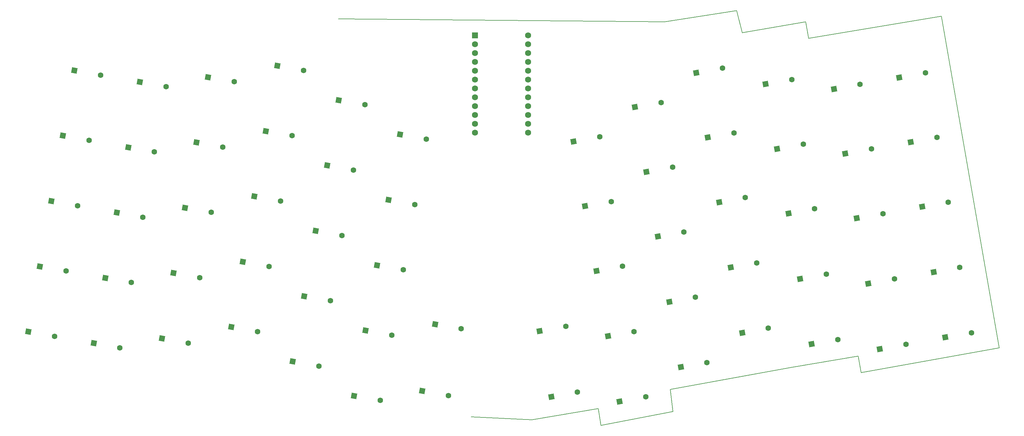
<source format=gtl>
%TF.GenerationSoftware,KiCad,Pcbnew,(6.0.8)*%
%TF.CreationDate,2023-02-18T20:03:01+07:00*%
%TF.ProjectId,test,74657374-2e6b-4696-9361-645f70636258,rev?*%
%TF.SameCoordinates,Original*%
%TF.FileFunction,Copper,L1,Top*%
%TF.FilePolarity,Positive*%
%FSLAX46Y46*%
G04 Gerber Fmt 4.6, Leading zero omitted, Abs format (unit mm)*
G04 Created by KiCad (PCBNEW (6.0.8)) date 2023-02-18 20:03:01*
%MOMM*%
%LPD*%
G01*
G04 APERTURE LIST*
G04 Aperture macros list*
%AMHorizOval*
0 Thick line with rounded ends*
0 $1 width*
0 $2 $3 position (X,Y) of the first rounded end (center of the circle)*
0 $4 $5 position (X,Y) of the second rounded end (center of the circle)*
0 Add line between two ends*
20,1,$1,$2,$3,$4,$5,0*
0 Add two circle primitives to create the rounded ends*
1,1,$1,$2,$3*
1,1,$1,$4,$5*%
%AMRotRect*
0 Rectangle, with rotation*
0 The origin of the aperture is its center*
0 $1 length*
0 $2 width*
0 $3 Rotation angle, in degrees counterclockwise*
0 Add horizontal line*
21,1,$1,$2,0,0,$3*%
G04 Aperture macros list end*
%TA.AperFunction,NonConductor*%
%ADD10C,0.200000*%
%TD*%
%TA.AperFunction,ComponentPad*%
%ADD11RotRect,1.600000X1.600000X10.000000*%
%TD*%
%TA.AperFunction,ComponentPad*%
%ADD12HorizOval,1.600000X0.000000X0.000000X0.000000X0.000000X0*%
%TD*%
%TA.AperFunction,ComponentPad*%
%ADD13RotRect,1.600000X1.600000X350.000000*%
%TD*%
%TA.AperFunction,ComponentPad*%
%ADD14HorizOval,1.600000X0.000000X0.000000X0.000000X0.000000X0*%
%TD*%
%TA.AperFunction,ComponentPad*%
%ADD15C,1.752600*%
%TD*%
%TA.AperFunction,ComponentPad*%
%ADD16R,1.752600X1.752600*%
%TD*%
G04 APERTURE END LIST*
D10*
X202406250Y-57943750D02*
X108743750Y-57150000D01*
X164306250Y-172243750D02*
X146843750Y-171450000D01*
X223043750Y-54768750D02*
X202406250Y-57943750D01*
X224631250Y-61118750D02*
X223043750Y-54768750D01*
X242887500Y-57943750D02*
X224631250Y-61118750D01*
X243681250Y-62706250D02*
X242887500Y-57943750D01*
X281781250Y-56356250D02*
X243681250Y-62706250D01*
X183356250Y-169068750D02*
X164306250Y-172243750D01*
X184150000Y-173831250D02*
X183356250Y-169068750D01*
X204787500Y-169862500D02*
X184150000Y-173831250D01*
X203993750Y-163512500D02*
X204787500Y-169862500D01*
X238918750Y-157162500D02*
X203993750Y-163512500D01*
X257968750Y-153987500D02*
X238918750Y-157162500D01*
X258762500Y-158750000D02*
X257968750Y-153987500D01*
X298450000Y-151606250D02*
X258762500Y-158750000D01*
X281781250Y-56356250D02*
X298450000Y-151606250D01*
D11*
%TO.P,D34,1,K*%
%TO.N,ROW 2*%
X200422874Y-119611770D03*
D12*
%TO.P,D34,2,A*%
%TO.N,Net-(D34-Pad2)*%
X207927109Y-118288571D03*
%TD*%
D13*
%TO.P,D53,1,K*%
%TO.N,ROW 4*%
X38535994Y-150266666D03*
D14*
%TO.P,D53,2,A*%
%TO.N,Net-(D53-Pad2)*%
X46040229Y-151589865D03*
%TD*%
D11*
%TO.P,D61,1,K*%
%TO.N,ROW 4*%
X224641658Y-147258740D03*
D12*
%TO.P,D61,2,A*%
%TO.N,Net-(D61-Pad2)*%
X232145893Y-145935541D03*
%TD*%
D11*
%TO.P,D10,1,K*%
%TO.N,ROW 0*%
X231394214Y-75849810D03*
D12*
%TO.P,D10,2,A*%
%TO.N,Net-(D10-Pad2)*%
X238898449Y-74526611D03*
%TD*%
D11*
%TO.P,D59,1,K*%
%TO.N,ROW 4*%
X189436081Y-167007147D03*
D12*
%TO.P,D59,2,A*%
%TO.N,Net-(D59-Pad2)*%
X196940316Y-165683948D03*
%TD*%
D11*
%TO.P,D21,1,K*%
%TO.N,ROW 1*%
X197147956Y-101038788D03*
D12*
%TO.P,D21,2,A*%
%TO.N,Net-(D21-Pad2)*%
X204652191Y-99715589D03*
%TD*%
D13*
%TO.P,D40,1,K*%
%TO.N,ROW 3*%
X41843992Y-131506079D03*
D14*
%TO.P,D40,2,A*%
%TO.N,Net-(D40-Pad2)*%
X49348227Y-132829278D03*
%TD*%
D11*
%TO.P,D48,1,K*%
%TO.N,ROW 3*%
X221333660Y-128498153D03*
D12*
%TO.P,D48,2,A*%
%TO.N,Net-(D48-Pad2)*%
X228837895Y-127174954D03*
%TD*%
D13*
%TO.P,D2,1,K*%
%TO.N,ROW 0*%
X51767985Y-75224316D03*
D14*
%TO.P,D2,2,A*%
%TO.N,Net-(D2-Pad2)*%
X59272220Y-76547515D03*
%TD*%
D11*
%TO.P,D51,1,K*%
%TO.N,ROW 3*%
X279600222Y-129830512D03*
D12*
%TO.P,D51,2,A*%
%TO.N,Net-(D51-Pad2)*%
X287104457Y-128507313D03*
%TD*%
D13*
%TO.P,D41,1,K*%
%TO.N,ROW 3*%
X61431579Y-130123930D03*
D14*
%TO.P,D41,2,A*%
%TO.N,Net-(D41-Pad2)*%
X68935814Y-131447129D03*
%TD*%
D11*
%TO.P,D37,1,K*%
%TO.N,ROW 2*%
X257531636Y-114377923D03*
D12*
%TO.P,D37,2,A*%
%TO.N,Net-(D37-Pad2)*%
X265035871Y-113054724D03*
%TD*%
D11*
%TO.P,D35,1,K*%
%TO.N,ROW 2*%
X218025662Y-109737566D03*
D12*
%TO.P,D35,2,A*%
%TO.N,Net-(D35-Pad2)*%
X225529897Y-108414367D03*
%TD*%
D13*
%TO.P,D28,1,K*%
%TO.N,ROW 2*%
X64739577Y-111363342D03*
D14*
%TO.P,D28,2,A*%
%TO.N,Net-(D28-Pad2)*%
X72243812Y-112686541D03*
%TD*%
D11*
%TO.P,D60,1,K*%
%TO.N,ROW 4*%
X207038869Y-157132944D03*
D12*
%TO.P,D60,2,A*%
%TO.N,Net-(D60-Pad2)*%
X214543104Y-155809745D03*
%TD*%
D13*
%TO.P,D14,1,K*%
%TO.N,ROW 1*%
X48459987Y-93984904D03*
D14*
%TO.P,D14,2,A*%
%TO.N,Net-(D14-Pad2)*%
X55964222Y-95308103D03*
%TD*%
D13*
%TO.P,D52,1,K*%
%TO.N,ROW 4*%
X19775406Y-146958668D03*
D14*
%TO.P,D52,2,A*%
%TO.N,Net-(D52-Pad2)*%
X27279641Y-148281867D03*
%TD*%
D13*
%TO.P,D6,1,K*%
%TO.N,ROW 0*%
X126479536Y-90332366D03*
D14*
%TO.P,D6,2,A*%
%TO.N,Net-(D6-Pad2)*%
X133983771Y-91655565D03*
%TD*%
D11*
%TO.P,D64,1,K*%
%TO.N,ROW 4*%
X282908219Y-148591100D03*
D12*
%TO.P,D64,2,A*%
%TO.N,Net-(D64-Pad2)*%
X290412454Y-147267901D03*
%TD*%
D13*
%TO.P,D29,1,K*%
%TO.N,ROW 2*%
X84657964Y-108105134D03*
D14*
%TO.P,D29,2,A*%
%TO.N,Net-(D29-Pad2)*%
X92162199Y-109428333D03*
%TD*%
D13*
%TO.P,D57,1,K*%
%TO.N,ROW 4*%
X113247545Y-165374716D03*
D14*
%TO.P,D57,2,A*%
%TO.N,Net-(D57-Pad2)*%
X120751780Y-166697915D03*
%TD*%
D13*
%TO.P,D5,1,K*%
%TO.N,ROW 0*%
X108876748Y-80458163D03*
D14*
%TO.P,D5,2,A*%
%TO.N,Net-(D5-Pad2)*%
X116380983Y-81781362D03*
%TD*%
D13*
%TO.P,D15,1,K*%
%TO.N,ROW 1*%
X68047574Y-92602755D03*
D14*
%TO.P,D15,2,A*%
%TO.N,Net-(D15-Pad2)*%
X75551809Y-93925954D03*
%TD*%
D11*
%TO.P,D9,1,K*%
%TO.N,ROW 0*%
X211475827Y-72591602D03*
D12*
%TO.P,D9,2,A*%
%TO.N,Net-(D9-Pad2)*%
X218980062Y-71268403D03*
%TD*%
D11*
%TO.P,D63,1,K*%
%TO.N,ROW 4*%
X264147632Y-151899098D03*
D12*
%TO.P,D63,2,A*%
%TO.N,Net-(D63-Pad2)*%
X271651867Y-150575899D03*
%TD*%
D13*
%TO.P,D16,1,K*%
%TO.N,ROW 1*%
X87965961Y-89344547D03*
D14*
%TO.P,D16,2,A*%
%TO.N,Net-(D16-Pad2)*%
X95470196Y-90667746D03*
%TD*%
D11*
%TO.P,D22,1,K*%
%TO.N,ROW 1*%
X214750744Y-91164584D03*
D12*
%TO.P,D22,2,A*%
%TO.N,Net-(D22-Pad2)*%
X222254979Y-89841385D03*
%TD*%
D13*
%TO.P,D30,1,K*%
%TO.N,ROW 2*%
X102260752Y-117979338D03*
D14*
%TO.P,D30,2,A*%
%TO.N,Net-(D30-Pad2)*%
X109764987Y-119302537D03*
%TD*%
D11*
%TO.P,D32,1,K*%
%TO.N,ROW 2*%
X166523956Y-146770608D03*
D12*
%TO.P,D32,2,A*%
%TO.N,Net-(D32-Pad2)*%
X174028191Y-145447409D03*
%TD*%
D11*
%TO.P,D49,1,K*%
%TO.N,ROW 3*%
X241252047Y-131756361D03*
D12*
%TO.P,D49,2,A*%
%TO.N,Net-(D49-Pad2)*%
X248756282Y-130433162D03*
%TD*%
D13*
%TO.P,D55,1,K*%
%TO.N,ROW 4*%
X78041968Y-145626309D03*
D14*
%TO.P,D55,2,A*%
%TO.N,Net-(D55-Pad2)*%
X85546203Y-146949508D03*
%TD*%
D11*
%TO.P,D47,1,K*%
%TO.N,ROW 3*%
X203730871Y-138372356D03*
D12*
%TO.P,D47,2,A*%
%TO.N,Net-(D47-Pad2)*%
X211235106Y-137049157D03*
%TD*%
D13*
%TO.P,D45,1,K*%
%TO.N,ROW 3*%
X132835132Y-163992567D03*
D14*
%TO.P,D45,2,A*%
%TO.N,Net-(D45-Pad2)*%
X140339367Y-165315766D03*
%TD*%
D13*
%TO.P,D43,1,K*%
%TO.N,ROW 3*%
X98952754Y-136739926D03*
D14*
%TO.P,D43,2,A*%
%TO.N,Net-(D43-Pad2)*%
X106456989Y-138063125D03*
%TD*%
D11*
%TO.P,D23,1,K*%
%TO.N,ROW 1*%
X234669131Y-94422792D03*
D12*
%TO.P,D23,2,A*%
%TO.N,Net-(D23-Pad2)*%
X242173366Y-93099593D03*
%TD*%
D13*
%TO.P,D18,1,K*%
%TO.N,ROW 1*%
X123171538Y-109092954D03*
D14*
%TO.P,D18,2,A*%
%TO.N,Net-(D18-Pad2)*%
X130675773Y-110416153D03*
%TD*%
D13*
%TO.P,D44,1,K*%
%TO.N,ROW 3*%
X116555543Y-146614129D03*
D14*
%TO.P,D44,2,A*%
%TO.N,Net-(D44-Pad2)*%
X124059778Y-147937328D03*
%TD*%
D13*
%TO.P,D42,1,K*%
%TO.N,ROW 3*%
X81349966Y-126865722D03*
D14*
%TO.P,D42,2,A*%
%TO.N,Net-(D42-Pad2)*%
X88854201Y-128188921D03*
%TD*%
D11*
%TO.P,D33,1,K*%
%TO.N,ROW 2*%
X182820085Y-129485973D03*
D12*
%TO.P,D33,2,A*%
%TO.N,Net-(D33-Pad2)*%
X190324320Y-128162774D03*
%TD*%
D11*
%TO.P,D11,1,K*%
%TO.N,ROW 0*%
X250981801Y-77231959D03*
D12*
%TO.P,D11,2,A*%
%TO.N,Net-(D11-Pad2)*%
X258486036Y-75908760D03*
%TD*%
D11*
%TO.P,D24,1,K*%
%TO.N,ROW 1*%
X254256718Y-95804941D03*
D12*
%TO.P,D24,2,A*%
%TO.N,Net-(D24-Pad2)*%
X261760953Y-94481742D03*
%TD*%
D11*
%TO.P,D12,1,K*%
%TO.N,ROW 0*%
X269742388Y-73923962D03*
D12*
%TO.P,D12,2,A*%
%TO.N,Net-(D12-Pad2)*%
X277246623Y-72600763D03*
%TD*%
D11*
%TO.P,D62,1,K*%
%TO.N,ROW 4*%
X244560045Y-150516948D03*
D12*
%TO.P,D62,2,A*%
%TO.N,Net-(D62-Pad2)*%
X252064280Y-149193749D03*
%TD*%
D13*
%TO.P,D3,1,K*%
%TO.N,ROW 0*%
X71355572Y-73842167D03*
D14*
%TO.P,D3,2,A*%
%TO.N,Net-(D3-Pad2)*%
X78859807Y-75165366D03*
%TD*%
D13*
%TO.P,D39,1,K*%
%TO.N,ROW 3*%
X23083404Y-128198081D03*
D14*
%TO.P,D39,2,A*%
%TO.N,Net-(D39-Pad2)*%
X30587639Y-129521280D03*
%TD*%
D11*
%TO.P,D46,1,K*%
%TO.N,ROW 3*%
X186128083Y-148246560D03*
D12*
%TO.P,D46,2,A*%
%TO.N,Net-(D46-Pad2)*%
X193632318Y-146923361D03*
%TD*%
D11*
%TO.P,D58,1,K*%
%TO.N,ROW 4*%
X169848494Y-165624998D03*
D12*
%TO.P,D58,2,A*%
%TO.N,Net-(D58-Pad2)*%
X177352729Y-164301799D03*
%TD*%
D11*
%TO.P,D25,1,K*%
%TO.N,ROW 1*%
X273017306Y-92496944D03*
D12*
%TO.P,D25,2,A*%
%TO.N,Net-(D25-Pad2)*%
X280521541Y-91173745D03*
%TD*%
D13*
%TO.P,D26,1,K*%
%TO.N,ROW 2*%
X26391402Y-109437494D03*
D14*
%TO.P,D26,2,A*%
%TO.N,Net-(D26-Pad2)*%
X33895637Y-110760693D03*
%TD*%
D11*
%TO.P,D50,1,K*%
%TO.N,ROW 3*%
X260839634Y-133138510D03*
D12*
%TO.P,D50,2,A*%
%TO.N,Net-(D50-Pad2)*%
X268343869Y-131815311D03*
%TD*%
D13*
%TO.P,D13,1,K*%
%TO.N,ROW 1*%
X29699400Y-90676906D03*
D14*
%TO.P,D13,2,A*%
%TO.N,Net-(D13-Pad2)*%
X37203635Y-92000105D03*
%TD*%
D15*
%TO.P,U1,24,RAW*%
%TO.N,unconnected-(U1-Pad24)*%
X163195000Y-61835500D03*
%TO.P,U1,23,GND*%
%TO.N,unconnected-(U1-Pad23)*%
X163195000Y-64375500D03*
%TO.P,U1,22,RST*%
%TO.N,unconnected-(U1-Pad22)*%
X163195000Y-66915500D03*
%TO.P,U1,21,VCC*%
%TO.N,unconnected-(U1-Pad21)*%
X163195000Y-69455500D03*
%TO.P,U1,20,A3/PF4*%
%TO.N,unconnected-(U1-Pad20)*%
X163195000Y-71995500D03*
%TO.P,U1,19,A2/PF5*%
%TO.N,unconnected-(U1-Pad19)*%
X163195000Y-74535500D03*
%TO.P,U1,18,A1/PF6*%
%TO.N,unconnected-(U1-Pad18)*%
X163195000Y-77075500D03*
%TO.P,U1,17,A0/PF7*%
%TO.N,unconnected-(U1-Pad17)*%
X163195000Y-79615500D03*
%TO.P,U1,16,15/PB1*%
%TO.N,unconnected-(U1-Pad16)*%
X163195000Y-82155500D03*
%TO.P,U1,15,14/PB3*%
%TO.N,unconnected-(U1-Pad15)*%
X163195000Y-84695500D03*
%TO.P,U1,14,16/PB2*%
%TO.N,unconnected-(U1-Pad14)*%
X163195000Y-87235500D03*
%TO.P,U1,13,10/PB6*%
%TO.N,unconnected-(U1-Pad13)*%
X163195000Y-89775500D03*
%TO.P,U1,12,9/PB5*%
%TO.N,unconnected-(U1-Pad12)*%
X147955000Y-89775500D03*
%TO.P,U1,11,8/PB4*%
%TO.N,unconnected-(U1-Pad11)*%
X147955000Y-87235500D03*
%TO.P,U1,10,7/PE6*%
%TO.N,unconnected-(U1-Pad10)*%
X147955000Y-84695500D03*
%TO.P,U1,9,6/PD7*%
%TO.N,unconnected-(U1-Pad9)*%
X147955000Y-82155500D03*
%TO.P,U1,8,5/PC6*%
%TO.N,unconnected-(U1-Pad8)*%
X147955000Y-79615500D03*
%TO.P,U1,7,4/PD4*%
%TO.N,unconnected-(U1-Pad7)*%
X147955000Y-77075500D03*
%TO.P,U1,6,3/PD0*%
%TO.N,unconnected-(U1-Pad6)*%
X147955000Y-74535500D03*
%TO.P,U1,5,2/PD1*%
%TO.N,unconnected-(U1-Pad5)*%
X147955000Y-71995500D03*
%TO.P,U1,4,GND*%
%TO.N,unconnected-(U1-Pad4)*%
X147955000Y-69455500D03*
%TO.P,U1,3,GND*%
%TO.N,unconnected-(U1-Pad3)*%
X147955000Y-66915500D03*
%TO.P,U1,2,RX1/PD2*%
%TO.N,unconnected-(U1-Pad2)*%
X147955000Y-64375500D03*
D16*
%TO.P,U1,1,TX0/PD3*%
%TO.N,unconnected-(U1-Pad1)*%
X147955000Y-61835500D03*
%TD*%
D11*
%TO.P,D8,1,K*%
%TO.N,ROW 0*%
X193873038Y-82465806D03*
D12*
%TO.P,D8,2,A*%
%TO.N,Net-(D8-Pad2)*%
X201377273Y-81142607D03*
%TD*%
D11*
%TO.P,D20,1,K*%
%TO.N,ROW 1*%
X179545167Y-110912991D03*
D12*
%TO.P,D20,2,A*%
%TO.N,Net-(D20-Pad2)*%
X187049402Y-109589792D03*
%TD*%
D11*
%TO.P,D38,1,K*%
%TO.N,ROW 2*%
X276292224Y-111069925D03*
D12*
%TO.P,D38,2,A*%
%TO.N,Net-(D38-Pad2)*%
X283796459Y-109746726D03*
%TD*%
D13*
%TO.P,D31,1,K*%
%TO.N,ROW 2*%
X119863541Y-127853541D03*
D14*
%TO.P,D31,2,A*%
%TO.N,Net-(D31-Pad2)*%
X127367776Y-129176740D03*
%TD*%
D13*
%TO.P,D27,1,K*%
%TO.N,ROW 2*%
X45151990Y-112745492D03*
D14*
%TO.P,D27,2,A*%
%TO.N,Net-(D27-Pad2)*%
X52656225Y-114068691D03*
%TD*%
D13*
%TO.P,D56,1,K*%
%TO.N,ROW 4*%
X95644757Y-155500512D03*
D14*
%TO.P,D56,2,A*%
%TO.N,Net-(D56-Pad2)*%
X103148992Y-156823711D03*
%TD*%
D13*
%TO.P,D54,1,K*%
%TO.N,ROW 4*%
X58123581Y-148884517D03*
D14*
%TO.P,D54,2,A*%
%TO.N,Net-(D54-Pad2)*%
X65627816Y-150207716D03*
%TD*%
D11*
%TO.P,D36,1,K*%
%TO.N,ROW 2*%
X237944049Y-112995774D03*
D12*
%TO.P,D36,2,A*%
%TO.N,Net-(D36-Pad2)*%
X245448284Y-111672575D03*
%TD*%
D13*
%TO.P,D1,1,K*%
%TO.N,ROW 0*%
X33007397Y-71916318D03*
D14*
%TO.P,D1,2,A*%
%TO.N,Net-(D1-Pad2)*%
X40511632Y-73239517D03*
%TD*%
D13*
%TO.P,D4,1,K*%
%TO.N,ROW 0*%
X91273959Y-70583959D03*
D14*
%TO.P,D4,2,A*%
%TO.N,Net-(D4-Pad2)*%
X98778194Y-71907158D03*
%TD*%
D13*
%TO.P,D19,1,K*%
%TO.N,ROW 1*%
X136515317Y-144787860D03*
D14*
%TO.P,D19,2,A*%
%TO.N,Net-(D19-Pad2)*%
X144019552Y-146111059D03*
%TD*%
D11*
%TO.P,D7,1,K*%
%TO.N,ROW 0*%
X176270250Y-92340009D03*
D12*
%TO.P,D7,2,A*%
%TO.N,Net-(D7-Pad2)*%
X183774485Y-91016810D03*
%TD*%
D13*
%TO.P,D17,1,K*%
%TO.N,ROW 1*%
X105568750Y-99218750D03*
D14*
%TO.P,D17,2,A*%
%TO.N,Net-(D17-Pad2)*%
X113072985Y-100541949D03*
%TD*%
M02*

</source>
